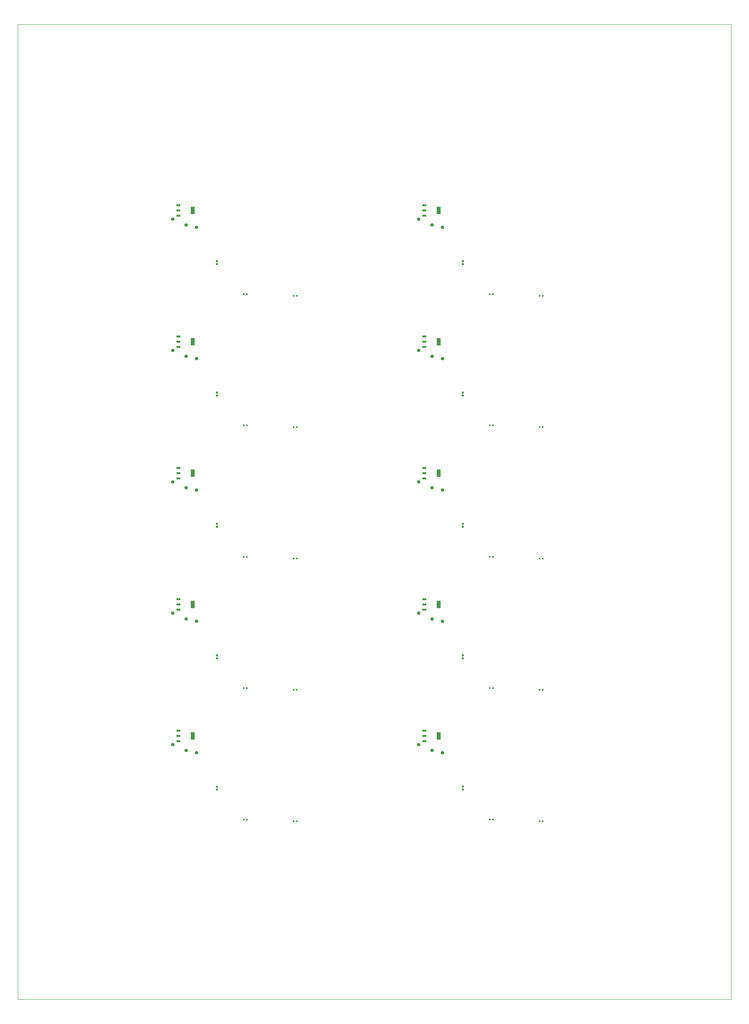
<source format=gbp>
%FSTAX23Y23*%
%MOIN*%
%SFA1B1*%

%IPPOS*%
%AMD87*
4,1,8,0.034400,-0.015800,0.034400,0.015800,0.032500,0.017700,-0.032500,0.017700,-0.034400,0.015800,-0.034400,-0.015800,-0.032500,-0.017700,0.032500,-0.017700,0.034400,-0.015800,0.0*
1,1,0.003900,0.032500,-0.015800*
1,1,0.003900,0.032500,0.015800*
1,1,0.003900,-0.032500,0.015800*
1,1,0.003900,-0.032500,-0.015800*
%
%AMD88*
4,1,8,0.034400,-0.060900,0.034400,0.060900,0.032400,0.063000,-0.032400,0.063000,-0.034400,0.060900,-0.034400,-0.060900,-0.032400,-0.063000,0.032400,-0.063000,0.034400,-0.060900,0.0*
1,1,0.004140,0.032400,-0.060900*
1,1,0.004140,0.032400,0.060900*
1,1,0.004140,-0.032400,0.060900*
1,1,0.004140,-0.032400,-0.060900*
%
%ADD15C,0.005000*%
%ADD21R,0.025590X0.027560*%
%ADD37C,0.059060*%
%ADD86R,0.037400X0.033470*%
G04~CAMADD=87~8~0.0~0.0~354.3~689.0~19.5~0.0~15~0.0~0.0~0.0~0.0~0~0.0~0.0~0.0~0.0~0~0.0~0.0~0.0~270.0~689.0~354.0*
%ADD87D87*%
G04~CAMADD=88~8~0.0~0.0~1259.8~689.0~20.7~0.0~15~0.0~0.0~0.0~0.0~0~0.0~0.0~0.0~0.0~0~0.0~0.0~0.0~270.0~690.0~1260.0*
%ADD88D88*%
%LNcontrolboardv1-1*%
%LPD*%
G54D21*
X03943Y03098D03*
G54D15*
X0Y0D02*
X12286D01*
Y16786*
X0*
Y0*
G54D21*
X0389Y03098D03*
X04803Y03068D03*
X0475D03*
G54D37*
X02666Y04388D03*
X03076Y04248D03*
X02896Y04288D03*
G54D86*
X03426Y03664D03*
Y03613D03*
G54D87*
X02763Y04448D03*
Y04538D03*
Y04629D03*
G54D88*
X0301Y04538D03*
G54D21*
X0818Y03098D03*
X08127D03*
X0904Y03068D03*
X08987D03*
G54D37*
X06904Y04388D03*
X07314Y04248D03*
X07134Y04288D03*
G54D86*
X07664Y03664D03*
Y03613D03*
G54D87*
X07Y04448D03*
Y04538D03*
Y04629D03*
G54D88*
X07247Y04538D03*
G54D21*
X03943Y0536D03*
X0389D03*
X04803Y0533D03*
X0475D03*
G54D37*
X02666Y0665D03*
X03076Y0651D03*
X02896Y0655D03*
G54D86*
X03426Y05926D03*
Y05875D03*
G54D87*
X02763Y0671D03*
Y068D03*
Y06891D03*
G54D88*
X0301Y068D03*
G54D21*
X0818Y0536D03*
X08127D03*
X0904Y0533D03*
X08987D03*
G54D37*
X06904Y0665D03*
X07314Y0651D03*
X07134Y0655D03*
G54D86*
X07664Y05926D03*
Y05875D03*
G54D87*
X07Y0671D03*
Y068D03*
Y06891D03*
G54D88*
X07247Y068D03*
G54D21*
X03943Y07622D03*
X0389D03*
X04803Y07592D03*
X0475D03*
G54D37*
X02666Y08912D03*
X03076Y08772D03*
X02896Y08812D03*
G54D86*
X03426Y08188D03*
Y08137D03*
G54D87*
X02763Y08971D03*
Y09062D03*
Y09152D03*
G54D88*
X0301Y09062D03*
G54D21*
X0818Y07622D03*
X08127D03*
X0904Y07592D03*
X08987D03*
G54D37*
X06904Y08912D03*
X07314Y08772D03*
X07134Y08812D03*
G54D86*
X07664Y08188D03*
Y08137D03*
G54D87*
X07Y08971D03*
Y09062D03*
Y09152D03*
G54D88*
X07247Y09062D03*
G54D21*
X03943Y09884D03*
X0389D03*
X04803Y09854D03*
X0475D03*
G54D37*
X02666Y11174D03*
X03076Y11034D03*
X02896Y11074D03*
G54D86*
X03426Y10449D03*
Y10398D03*
G54D87*
X02763Y11233D03*
Y11324D03*
Y11414D03*
G54D88*
X0301Y11324D03*
G54D21*
X0818Y09884D03*
X08127D03*
X0904Y09854D03*
X08987D03*
G54D37*
X06904Y11174D03*
X07314Y11034D03*
X07134Y11074D03*
G54D86*
X07664Y10449D03*
Y10398D03*
G54D87*
X07Y11233D03*
Y11324D03*
Y11414D03*
G54D88*
X07247Y11324D03*
G54D21*
X03943Y12146D03*
X0389D03*
X04803Y12116D03*
X0475D03*
G54D37*
X02666Y13436D03*
X03076Y13296D03*
X02896Y13336D03*
G54D86*
X03426Y12711D03*
Y1266D03*
G54D87*
X02763Y13495D03*
Y13586D03*
Y13676D03*
G54D88*
X0301Y13586D03*
G54D21*
X0818Y12146D03*
X08127D03*
X0904Y12116D03*
X08987D03*
G54D37*
X06904Y13436D03*
X07314Y13296D03*
X07134Y13336D03*
G54D86*
X07664Y12711D03*
Y1266D03*
G54D87*
X07Y13495D03*
Y13586D03*
Y13676D03*
G54D88*
X07247Y13586D03*
M02*
</source>
